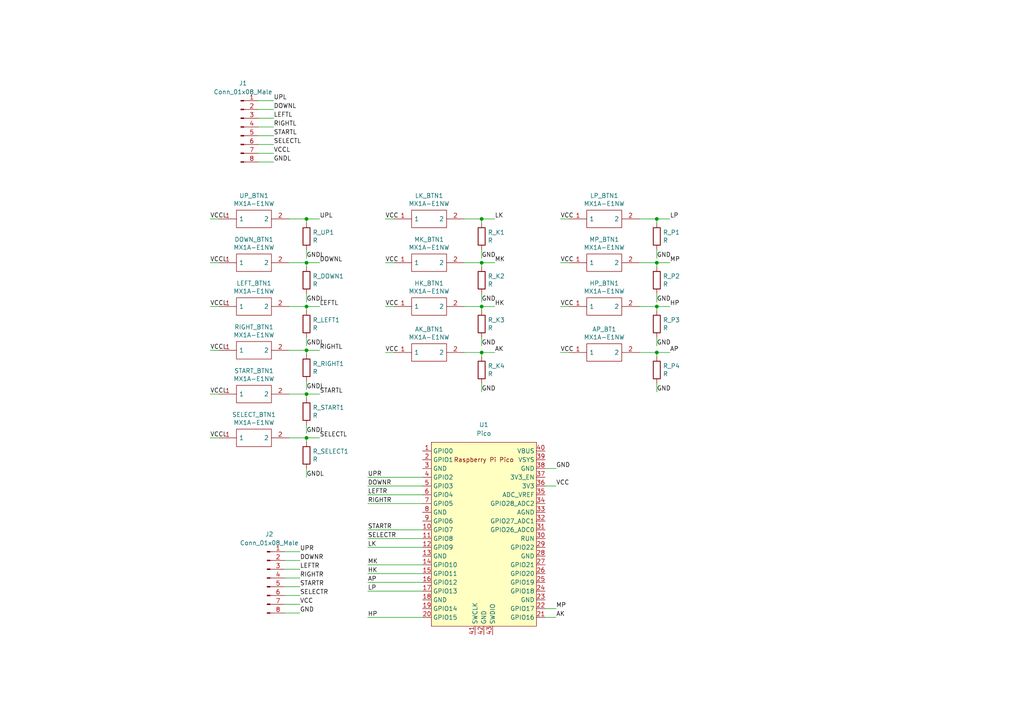
<source format=kicad_sch>
(kicad_sch (version 20211123) (generator eeschema)
  (paper "A4")
  (title_block (title "Fight Key PCB") (date "2022-05-21") (rev "2") (company "Dylan Turner"))
  (lib_symbols
    (symbol "Connector:Conn_01x08_Male" (pin_names (offset 1.016) hide)
      (property "Reference" "J" (at 0 10.16 0))
      (property "Value" "Conn_01x08_Male" (at 0 -12.7 0))
      (symbol "Conn_01x08_Male_1_1"
        (polyline (pts (xy 1.27 -10.16) (xy 0.8636 -10.16)) (stroke (width 0.1524)))
        (polyline (pts (xy 1.27 -7.62) (xy 0.8636 -7.62)) (stroke (width 0.1524)))
        (polyline (pts (xy 1.27 -5.08) (xy 0.8636 -5.08)) (stroke (width 0.1524)))
        (polyline (pts (xy 1.27 -2.54) (xy 0.8636 -2.54)) (stroke (width 0.1524)))
        (polyline (pts (xy 1.27 0) (xy 0.8636 0)) (stroke (width 0.1524)))
        (polyline (pts (xy 1.27 2.54) (xy 0.8636 2.54)) (stroke (width 0.1524)))
        (polyline (pts (xy 1.27 5.08) (xy 0.8636 5.08)) (stroke (width 0.1524)))
        (polyline (pts (xy 1.27 7.62) (xy 0.8636 7.62)) (stroke (width 0.1524)))
        (rectangle (start 0.8636 -10.033) (end 0 -10.287) (stroke (width 0.1524)) (fill (type outline)))
        (rectangle (start 0.8636 -7.493) (end 0 -7.747) (stroke (width 0.1524)) (fill (type outline)))
        (rectangle (start 0.8636 -4.953) (end 0 -5.207) (stroke (width 0.1524)) (fill (type outline)))
        (rectangle (start 0.8636 -2.413) (end 0 -2.667) (stroke (width 0.1524)) (fill (type outline)))
        (rectangle (start 0.8636 0.127) (end 0 -0.127) (stroke (width 0.1524)) (fill (type outline)))
        (rectangle (start 0.8636 2.667) (end 0 2.413) (stroke (width 0.1524)) (fill (type outline)))
        (rectangle (start 0.8636 5.207) (end 0 4.953) (stroke (width 0.1524)) (fill (type outline)))
        (rectangle (start 0.8636 7.747) (end 0 7.493) (stroke (width 0.1524)) (fill (type outline)))
        (pin passive line (at 5.08 7.62 180) (length 3.81) (name "Pin_1") (number "1"))
        (pin passive line (at 5.08 5.08 180) (length 3.81) (name "Pin_2") (number "2"))
        (pin passive line (at 5.08 2.54 180) (length 3.81) (name "Pin_3") (number "3"))
        (pin passive line (at 5.08 0 180) (length 3.81) (name "Pin_4") (number "4"))
        (pin passive line (at 5.08 -2.54 180) (length 3.81) (name "Pin_5") (number "5"))
        (pin passive line (at 5.08 -5.08 180) (length 3.81) (name "Pin_6") (number "6"))
        (pin passive line (at 5.08 -7.62 180) (length 3.81) (name "Pin_7") (number "7"))
        (pin passive line (at 5.08 -10.16 180) (length 3.81) (name "Pin_8") (number "8"))
      )
    )
    (symbol "Device:R" (pin_numbers hide) (pin_names (offset 0))
      (property "Reference" "R" (at 2.032 0 90))
      (property "Value" "Device_R" (at 0 0 90))
      (symbol "R_0_1"
        (rectangle (start -1.016 -2.54) (end 1.016 2.54) (stroke (width 0.254)))
      )
      (symbol "R_1_1"
        (pin passive line (at 0 3.81 270) (length 1.27) (name "~") (number "1"))
        (pin passive line (at 0 -3.81 90) (length 1.27) (name "~") (number "2"))
      )
    )
    (symbol "ECAD_Libraries:MX1A-E1NW" (pin_names (offset 0.762))
      (property "Reference" "S" (at 16.51 7.62 0))
      (property "Value" "ECAD_Libraries_MX1A-E1NW" (at 16.51 5.08 0))
      (symbol "MX1A-E1NW_0_0"
        (pin passive line (at 0 0 0) (length 5.08) (name "1") (number "1"))
        (pin passive line (at 20.32 0 180) (length 5.08) (name "2") (number "2"))
      )
      (symbol "MX1A-E1NW_0_1"
        (polyline (pts (xy 5.08 2.54) (xy 15.24 2.54) (xy 15.24 -2.54) (xy 5.08 -2.54) (xy 5.08 2.54)) (stroke (width 0.1524)))
      )
    )
    (symbol "MCU_RaspberryPi_and_Boards:Pico"
      (property "Reference" "U" (at -13.97 27.94 0))
      (property "Value" "Pico" (at 0 19.05 0))
      (symbol "Pico_0_0"
        (text "Raspberry Pi Pico" (at 0 21.59 0) (effects (font (size 1.27 1.27))))
      )
      (symbol "Pico_0_1"
        (rectangle (start -15.24 26.67) (end 15.24 -26.67) (fill (type background)))
      )
      (symbol "Pico_1_1"
        (pin bidirectional line (at -17.78 24.13 0) (length 2.54) (name "GPIO0") (number "1"))
        (pin bidirectional line (at -17.78 1.27 0) (length 2.54) (name "GPIO7") (number "10"))
        (pin bidirectional line (at -17.78 -1.27 0) (length 2.54) (name "GPIO8") (number "11"))
        (pin bidirectional line (at -17.78 -3.81 0) (length 2.54) (name "GPIO9") (number "12"))
        (pin power_in line (at -17.78 -6.35 0) (length 2.54) (name "GND") (number "13"))
        (pin bidirectional line (at -17.78 -8.89 0) (length 2.54) (name "GPIO10") (number "14"))
        (pin bidirectional line (at -17.78 -11.43 0) (length 2.54) (name "GPIO11") (number "15"))
        (pin bidirectional line (at -17.78 -13.97 0) (length 2.54) (name "GPIO12") (number "16"))
        (pin bidirectional line (at -17.78 -16.51 0) (length 2.54) (name "GPIO13") (number "17"))
        (pin power_in line (at -17.78 -19.05 0) (length 2.54) (name "GND") (number "18"))
        (pin bidirectional line (at -17.78 -21.59 0) (length 2.54) (name "GPIO14") (number "19"))
        (pin bidirectional line (at -17.78 21.59 0) (length 2.54) (name "GPIO1") (number "2"))
        (pin bidirectional line (at -17.78 -24.13 0) (length 2.54) (name "GPIO15") (number "20"))
        (pin bidirectional line (at 17.78 -24.13 180) (length 2.54) (name "GPIO16") (number "21"))
        (pin bidirectional line (at 17.78 -21.59 180) (length 2.54) (name "GPIO17") (number "22"))
        (pin power_in line (at 17.78 -19.05 180) (length 2.54) (name "GND") (number "23"))
        (pin bidirectional line (at 17.78 -16.51 180) (length 2.54) (name "GPIO18") (number "24"))
        (pin bidirectional line (at 17.78 -13.97 180) (length 2.54) (name "GPIO19") (number "25"))
        (pin bidirectional line (at 17.78 -11.43 180) (length 2.54) (name "GPIO20") (number "26"))
        (pin bidirectional line (at 17.78 -8.89 180) (length 2.54) (name "GPIO21") (number "27"))
        (pin power_in line (at 17.78 -6.35 180) (length 2.54) (name "GND") (number "28"))
        (pin bidirectional line (at 17.78 -3.81 180) (length 2.54) (name "GPIO22") (number "29"))
        (pin power_in line (at -17.78 19.05 0) (length 2.54) (name "GND") (number "3"))
        (pin input line (at 17.78 -1.27 180) (length 2.54) (name "RUN") (number "30"))
        (pin bidirectional line (at 17.78 1.27 180) (length 2.54) (name "GPIO26_ADC0") (number "31"))
        (pin bidirectional line (at 17.78 3.81 180) (length 2.54) (name "GPIO27_ADC1") (number "32"))
        (pin power_in line (at 17.78 6.35 180) (length 2.54) (name "AGND") (number "33"))
        (pin bidirectional line (at 17.78 8.89 180) (length 2.54) (name "GPIO28_ADC2") (number "34"))
        (pin power_in line (at 17.78 11.43 180) (length 2.54) (name "ADC_VREF") (number "35"))
        (pin power_in line (at 17.78 13.97 180) (length 2.54) (name "3V3") (number "36"))
        (pin input line (at 17.78 16.51 180) (length 2.54) (name "3V3_EN") (number "37"))
        (pin bidirectional line (at 17.78 19.05 180) (length 2.54) (name "GND") (number "38"))
        (pin power_in line (at 17.78 21.59 180) (length 2.54) (name "VSYS") (number "39"))
        (pin bidirectional line (at -17.78 16.51 0) (length 2.54) (name "GPIO2") (number "4"))
        (pin power_in line (at 17.78 24.13 180) (length 2.54) (name "VBUS") (number "40"))
        (pin input line (at -2.54 -29.21 90) (length 2.54) (name "SWCLK") (number "41"))
        (pin power_in line (at 0 -29.21 90) (length 2.54) (name "GND") (number "42"))
        (pin bidirectional line (at 2.54 -29.21 90) (length 2.54) (name "SWDIO") (number "43"))
        (pin bidirectional line (at -17.78 13.97 0) (length 2.54) (name "GPIO3") (number "5"))
        (pin bidirectional line (at -17.78 11.43 0) (length 2.54) (name "GPIO4") (number "6"))
        (pin bidirectional line (at -17.78 8.89 0) (length 2.54) (name "GPIO5") (number "7"))
        (pin power_in line (at -17.78 6.35 0) (length 2.54) (name "GND") (number "8"))
        (pin bidirectional line (at -17.78 3.81 0) (length 2.54) (name "GPIO6") (number "9"))
      )
    )
  )
  (junction (at 139.7 63.5))
  (junction (at 190.5 63.5))
  (junction (at 88.9 76.2))
  (junction (at 88.9 127))
  (junction (at 88.9 88.9))
  (junction (at 190.5 76.2))
  (junction (at 139.7 76.2))
  (junction (at 88.9 101.6))
  (junction (at 190.5 102.235))
  (junction (at 88.9 114.3))
  (junction (at 139.7 102.235))
  (junction (at 190.5 88.9))
  (junction (at 88.9 63.5))
  (junction (at 139.7 88.9))
  (wire (pts (xy 88.9 135.89) (xy 88.9 138.43)))
  (wire (pts (xy 82.55 167.64) (xy 86.995 167.64)))
  (wire (pts (xy 114.3 102.235) (xy 111.76 102.235)))
  (wire (pts (xy 88.9 123.19) (xy 88.9 125.73)))
  (wire (pts (xy 82.55 177.8) (xy 86.995 177.8)))
  (wire (pts (xy 83.82 114.3) (xy 88.9 114.3)))
  (wire (pts (xy 139.7 72.39) (xy 139.7 74.93)))
  (wire (pts (xy 88.9 72.39) (xy 88.9 74.93)))
  (wire (pts (xy 134.62 76.2) (xy 139.7 76.2)))
  (wire (pts (xy 88.9 127) (xy 88.9 128.27)))
  (wire (pts (xy 88.9 88.9) (xy 92.71 88.9)))
  (wire (pts (xy 74.93 36.83) (xy 79.375 36.83)))
  (wire (pts (xy 83.82 88.9) (xy 88.9 88.9)))
  (wire (pts (xy 82.55 165.1) (xy 86.995 165.1)))
  (wire (pts (xy 139.7 111.125) (xy 139.7 113.665)))
  (wire (pts (xy 139.7 102.235) (xy 139.7 103.505)))
  (wire (pts (xy 158.115 140.97) (xy 161.29 140.97)))
  (wire (pts (xy 74.93 41.91) (xy 79.375 41.91)))
  (wire (pts (xy 139.7 76.2) (xy 139.7 77.47)))
  (wire (pts (xy 63.5 127) (xy 60.96 127)))
  (wire (pts (xy 139.7 88.9) (xy 143.51 88.9)))
  (wire (pts (xy 74.93 46.99) (xy 79.375 46.99)))
  (wire (pts (xy 190.5 72.39) (xy 190.5 74.93)))
  (wire (pts (xy 114.3 76.2) (xy 111.76 76.2)))
  (wire (pts (xy 88.9 76.2) (xy 88.9 77.47)))
  (wire (pts (xy 165.1 63.5) (xy 162.56 63.5)))
  (wire (pts (xy 158.115 176.53) (xy 161.29 176.53)))
  (wire (pts (xy 139.7 63.5) (xy 139.7 64.77)))
  (wire (pts (xy 82.55 175.26) (xy 86.995 175.26)))
  (wire (pts (xy 106.68 168.91) (xy 122.555 168.91)))
  (wire (pts (xy 134.62 102.235) (xy 139.7 102.235)))
  (wire (pts (xy 165.1 88.9) (xy 162.56 88.9)))
  (wire (pts (xy 63.5 114.3) (xy 60.96 114.3)))
  (wire (pts (xy 88.9 110.49) (xy 88.9 113.03)))
  (wire (pts (xy 158.115 135.89) (xy 161.29 135.89)))
  (wire (pts (xy 190.5 88.9) (xy 190.5 90.17)))
  (wire (pts (xy 63.5 76.2) (xy 60.96 76.2)))
  (wire (pts (xy 185.42 63.5) (xy 190.5 63.5)))
  (wire (pts (xy 185.42 88.9) (xy 190.5 88.9)))
  (wire (pts (xy 88.9 101.6) (xy 88.9 102.87)))
  (wire (pts (xy 190.5 97.79) (xy 190.5 100.33)))
  (wire (pts (xy 83.82 101.6) (xy 88.9 101.6)))
  (wire (pts (xy 106.68 153.67) (xy 122.555 153.67)))
  (wire (pts (xy 106.68 140.97) (xy 122.555 140.97)))
  (wire (pts (xy 88.9 63.5) (xy 88.9 64.77)))
  (wire (pts (xy 74.93 31.75) (xy 79.375 31.75)))
  (wire (pts (xy 190.5 102.235) (xy 190.5 103.505)))
  (wire (pts (xy 106.68 156.21) (xy 122.555 156.21)))
  (wire (pts (xy 139.7 76.2) (xy 143.51 76.2)))
  (wire (pts (xy 190.5 63.5) (xy 194.31 63.5)))
  (wire (pts (xy 88.9 85.09) (xy 88.9 87.63)))
  (wire (pts (xy 190.5 85.09) (xy 190.5 87.63)))
  (wire (pts (xy 83.82 63.5) (xy 88.9 63.5)))
  (wire (pts (xy 106.68 171.45) (xy 122.555 171.45)))
  (wire (pts (xy 134.62 63.5) (xy 139.7 63.5)))
  (wire (pts (xy 190.5 76.2) (xy 190.5 77.47)))
  (wire (pts (xy 139.7 63.5) (xy 143.51 63.5)))
  (wire (pts (xy 190.5 76.2) (xy 194.31 76.2)))
  (wire (pts (xy 88.9 88.9) (xy 88.9 90.17)))
  (wire (pts (xy 139.7 88.9) (xy 139.7 90.17)))
  (wire (pts (xy 114.3 88.9) (xy 111.76 88.9)))
  (wire (pts (xy 74.93 39.37) (xy 79.375 39.37)))
  (wire (pts (xy 114.3 63.5) (xy 111.76 63.5)))
  (wire (pts (xy 106.68 158.75) (xy 122.555 158.75)))
  (wire (pts (xy 88.9 127) (xy 92.71 127)))
  (wire (pts (xy 88.9 63.5) (xy 92.71 63.5)))
  (wire (pts (xy 185.42 76.2) (xy 190.5 76.2)))
  (wire (pts (xy 106.68 163.83) (xy 122.555 163.83)))
  (wire (pts (xy 83.82 127) (xy 88.9 127)))
  (wire (pts (xy 139.7 97.79) (xy 139.7 100.33)))
  (wire (pts (xy 63.5 101.6) (xy 60.96 101.6)))
  (wire (pts (xy 88.9 101.6) (xy 92.71 101.6)))
  (wire (pts (xy 158.115 179.07) (xy 161.29 179.07)))
  (wire (pts (xy 106.68 146.05) (xy 122.555 146.05)))
  (wire (pts (xy 190.5 63.5) (xy 190.5 64.77)))
  (wire (pts (xy 74.93 34.29) (xy 79.375 34.29)))
  (wire (pts (xy 106.68 179.07) (xy 122.555 179.07)))
  (wire (pts (xy 106.68 166.37) (xy 122.555 166.37)))
  (wire (pts (xy 139.7 102.235) (xy 143.51 102.235)))
  (wire (pts (xy 134.62 88.9) (xy 139.7 88.9)))
  (wire (pts (xy 88.9 114.3) (xy 92.71 114.3)))
  (wire (pts (xy 74.93 29.21) (xy 79.375 29.21)))
  (wire (pts (xy 165.1 102.235) (xy 162.56 102.235)))
  (wire (pts (xy 190.5 88.9) (xy 194.31 88.9)))
  (wire (pts (xy 88.9 114.3) (xy 88.9 115.57)))
  (wire (pts (xy 82.55 170.18) (xy 86.995 170.18)))
  (wire (pts (xy 190.5 111.125) (xy 190.5 113.665)))
  (wire (pts (xy 185.42 102.235) (xy 190.5 102.235)))
  (wire (pts (xy 88.9 97.79) (xy 88.9 100.33)))
  (wire (pts (xy 63.5 88.9) (xy 60.96 88.9)))
  (wire (pts (xy 165.1 76.2) (xy 162.56 76.2)))
  (wire (pts (xy 190.5 102.235) (xy 194.31 102.235)))
  (wire (pts (xy 106.68 143.51) (xy 122.555 143.51)))
  (wire (pts (xy 106.68 138.43) (xy 122.555 138.43)))
  (wire (pts (xy 82.55 172.72) (xy 86.995 172.72)))
  (wire (pts (xy 83.82 76.2) (xy 88.9 76.2)))
  (wire (pts (xy 82.55 162.56) (xy 86.995 162.56)))
  (wire (pts (xy 74.93 44.45) (xy 79.375 44.45)))
  (wire (pts (xy 63.5 63.5) (xy 60.96 63.5)))
  (wire (pts (xy 88.9 76.2) (xy 92.71 76.2)))
  (wire (pts (xy 82.55 160.02) (xy 86.995 160.02)))
  (wire (pts (xy 139.7 85.09) (xy 139.7 87.63)))
  (label "VCC" (at 162.56 63.5 0))
  (label "UPR" (at 106.68 138.43 0))
  (label "GNDL" (at 88.9 113.03 0))
  (label "GNDL" (at 79.375 46.99 0))
  (label "MK" (at 143.51 76.2 0))
  (label "GNDL" (at 88.9 125.73 0))
  (label "GND" (at 139.7 100.33 0))
  (label "VCC" (at 161.29 140.97 0))
  (label "GND" (at 161.29 135.89 0))
  (label "UPR" (at 86.995 160.02 0))
  (label "GND" (at 139.7 87.63 0))
  (label "VCC" (at 162.56 88.9 0))
  (label "DOWNL" (at 92.71 76.2 0))
  (label "VCC" (at 86.995 175.26 0))
  (label "HK" (at 106.68 166.37 0))
  (label "GND" (at 139.7 74.93 0))
  (label "VCC" (at 111.76 88.9 0))
  (label "LEFTR" (at 86.995 165.1 0))
  (label "DOWNR" (at 86.995 162.56 0))
  (label "UPL" (at 79.375 29.21 0))
  (label "LEFTL" (at 79.375 34.29 0))
  (label "RIGHTR" (at 86.995 167.64 0))
  (label "GND" (at 190.5 113.665 0))
  (label "STARTL" (at 92.71 114.3 0))
  (label "VCCL" (at 60.96 76.2 0))
  (label "RIGHTL" (at 92.71 101.6 0))
  (label "GND" (at 86.995 177.8 0))
  (label "VCCL" (at 60.96 127 0))
  (label "VCCL" (at 60.96 114.3 0))
  (label "VCCL" (at 79.375 44.45 0))
  (label "VCC" (at 111.76 63.5 0))
  (label "SELECTL" (at 92.71 127 0))
  (label "STARTL" (at 79.375 39.37 0))
  (label "LEFTR" (at 106.68 143.51 0))
  (label "HK" (at 143.51 88.9 0))
  (label "LP" (at 194.31 63.5 0))
  (label "VCC" (at 111.76 102.235 0))
  (label "SELECTR" (at 86.995 172.72 0))
  (label "STARTR" (at 86.995 170.18 0))
  (label "UPL" (at 92.71 63.5 0))
  (label "AP" (at 106.68 168.91 0))
  (label "VCC" (at 162.56 102.235 0))
  (label "DOWNL" (at 79.375 31.75 0))
  (label "AK" (at 143.51 102.235 0))
  (label "GNDL" (at 88.9 138.43 0))
  (label "GNDL" (at 88.9 100.33 0))
  (label "AK" (at 161.29 179.07 0))
  (label "SELECTL" (at 79.375 41.91 0))
  (label "GND" (at 190.5 100.33 0))
  (label "LP" (at 106.68 171.45 0))
  (label "GNDL" (at 88.9 74.93 0))
  (label "LK" (at 106.68 158.75 0))
  (label "MP" (at 161.29 176.53 0))
  (label "VCC" (at 111.76 76.2 0))
  (label "GND" (at 139.7 113.665 0))
  (label "RIGHTR" (at 106.68 146.05 0))
  (label "MK" (at 106.68 163.83 0))
  (label "HP" (at 194.31 88.9 0))
  (label "HP" (at 106.68 179.07 0))
  (label "VCCL" (at 60.96 101.6 0))
  (label "MP" (at 194.31 76.2 0))
  (label "SELECTR" (at 106.68 156.21 0))
  (label "LK" (at 143.51 63.5 0))
  (label "VCC" (at 162.56 76.2 0))
  (label "AP" (at 194.31 102.235 0))
  (label "GND" (at 190.5 87.63 0))
  (label "VCCL" (at 60.96 88.9 0))
  (label "LEFTL" (at 92.71 88.9 0))
  (label "GNDL" (at 88.9 87.63 0))
  (label "GND" (at 190.5 74.93 0))
  (label "VCCL" (at 60.96 63.5 0))
  (label "STARTR" (at 106.68 153.67 0))
  (label "RIGHTL" (at 79.375 36.83 0))
  (label "DOWNR" (at 106.68 140.97 0))
  (symbol (lib_id "ECAD_Libraries:MX1A-E1NW") (at 63.5 63.5 0) (unit 1)
    (property "Reference" "UP_BTN1" (at 73.66 56.769 0))
    (property "Value" "MX1A-E1NW" (at 73.66 59.0804 0))
    (property "Footprint" "MX1AE1NW" (effects hide))
    (property "Datasheet" "https://media.digikey.com/pdf/Data%20Sheets/Cherry%20PDFs/MX%20Series.pdf" (effects hide))
    (property "Description" "Pushbutton Switches Full Travel, Mech. Keyswitch, Click Tactile Feel (Blue stem), 60cN, No LED, No Diode, Fixation Pins for PCB Mounting" (effects hide))
    (property "Height" "15.2" (effects hide))
    (property "Mouser Part Number" "540-MX1A-E1NW" (effects hide))
    (property "Mouser Price/Stock" "https://www.mouser.co.uk/ProductDetail/CHERRY/MX1A-E1NW?qs=Z7NFYKyvgJd45Wm4xzFv7w%3D%3D" (effects hide))
    (property "Manufacturer_Name" "Cherry" (effects hide))
    (property "Manufacturer_Part_Number" "MX1A-E1NW" (effects hide))
  )
  (symbol (lib_id "ECAD_Libraries:MX1A-E1NW") (at 63.5 76.2 0) (unit 1)
    (property "Reference" "DOWN_BTN1" (at 73.66 69.469 0))
    (property "Value" "MX1A-E1NW" (at 73.66 71.7804 0))
    (property "Footprint" "MX1AE1NW" (effects hide))
    (property "Datasheet" "https://media.digikey.com/pdf/Data%20Sheets/Cherry%20PDFs/MX%20Series.pdf" (effects hide))
    (property "Description" "Pushbutton Switches Full Travel, Mech. Keyswitch, Click Tactile Feel (Blue stem), 60cN, No LED, No Diode, Fixation Pins for PCB Mounting" (effects hide))
    (property "Height" "15.2" (effects hide))
    (property "Mouser Part Number" "540-MX1A-E1NW" (effects hide))
    (property "Mouser Price/Stock" "https://www.mouser.co.uk/ProductDetail/CHERRY/MX1A-E1NW?qs=Z7NFYKyvgJd45Wm4xzFv7w%3D%3D" (effects hide))
    (property "Manufacturer_Name" "Cherry" (effects hide))
    (property "Manufacturer_Part_Number" "MX1A-E1NW" (effects hide))
  )
  (symbol (lib_id "ECAD_Libraries:MX1A-E1NW") (at 63.5 88.9 0) (unit 1)
    (property "Reference" "LEFT_BTN1" (at 73.66 82.169 0))
    (property "Value" "MX1A-E1NW" (at 73.66 84.4804 0))
    (property "Footprint" "MX1AE1NW" (effects hide))
    (property "Datasheet" "https://media.digikey.com/pdf/Data%20Sheets/Cherry%20PDFs/MX%20Series.pdf" (effects hide))
    (property "Description" "Pushbutton Switches Full Travel, Mech. Keyswitch, Click Tactile Feel (Blue stem), 60cN, No LED, No Diode, Fixation Pins for PCB Mounting" (effects hide))
    (property "Height" "15.2" (effects hide))
    (property "Mouser Part Number" "540-MX1A-E1NW" (effects hide))
    (property "Mouser Price/Stock" "https://www.mouser.co.uk/ProductDetail/CHERRY/MX1A-E1NW?qs=Z7NFYKyvgJd45Wm4xzFv7w%3D%3D" (effects hide))
    (property "Manufacturer_Name" "Cherry" (effects hide))
    (property "Manufacturer_Part_Number" "MX1A-E1NW" (effects hide))
  )
  (symbol (lib_id "ECAD_Libraries:MX1A-E1NW") (at 63.5 101.6 0) (unit 1)
    (property "Reference" "RIGHT_BTN1" (at 73.66 94.869 0))
    (property "Value" "MX1A-E1NW" (at 73.66 97.1804 0))
    (property "Footprint" "MX1AE1NW" (effects hide))
    (property "Datasheet" "https://media.digikey.com/pdf/Data%20Sheets/Cherry%20PDFs/MX%20Series.pdf" (effects hide))
    (property "Description" "Pushbutton Switches Full Travel, Mech. Keyswitch, Click Tactile Feel (Blue stem), 60cN, No LED, No Diode, Fixation Pins for PCB Mounting" (effects hide))
    (property "Height" "15.2" (effects hide))
    (property "Mouser Part Number" "540-MX1A-E1NW" (effects hide))
    (property "Mouser Price/Stock" "https://www.mouser.co.uk/ProductDetail/CHERRY/MX1A-E1NW?qs=Z7NFYKyvgJd45Wm4xzFv7w%3D%3D" (effects hide))
    (property "Manufacturer_Name" "Cherry" (effects hide))
    (property "Manufacturer_Part_Number" "MX1A-E1NW" (effects hide))
  )
  (symbol (lib_id "ECAD_Libraries:MX1A-E1NW") (at 63.5 114.3 0) (unit 1)
    (property "Reference" "START_BTN1" (at 73.66 107.569 0))
    (property "Value" "MX1A-E1NW" (at 73.66 109.8804 0))
    (property "Footprint" "MX1AE1NW" (effects hide))
    (property "Datasheet" "https://media.digikey.com/pdf/Data%20Sheets/Cherry%20PDFs/MX%20Series.pdf" (effects hide))
    (property "Description" "Pushbutton Switches Full Travel, Mech. Keyswitch, Click Tactile Feel (Blue stem), 60cN, No LED, No Diode, Fixation Pins for PCB Mounting" (effects hide))
    (property "Height" "15.2" (effects hide))
    (property "Mouser Part Number" "540-MX1A-E1NW" (effects hide))
    (property "Mouser Price/Stock" "https://www.mouser.co.uk/ProductDetail/CHERRY/MX1A-E1NW?qs=Z7NFYKyvgJd45Wm4xzFv7w%3D%3D" (effects hide))
    (property "Manufacturer_Name" "Cherry" (effects hide))
    (property "Manufacturer_Part_Number" "MX1A-E1NW" (effects hide))
  )
  (symbol (lib_id "ECAD_Libraries:MX1A-E1NW") (at 63.5 127 0) (unit 1)
    (property "Reference" "SELECT_BTN1" (at 73.66 120.269 0))
    (property "Value" "MX1A-E1NW" (at 73.66 122.5804 0))
    (property "Footprint" "MX1AE1NW" (effects hide))
    (property "Datasheet" "https://media.digikey.com/pdf/Data%20Sheets/Cherry%20PDFs/MX%20Series.pdf" (effects hide))
    (property "Description" "Pushbutton Switches Full Travel, Mech. Keyswitch, Click Tactile Feel (Blue stem), 60cN, No LED, No Diode, Fixation Pins for PCB Mounting" (effects hide))
    (property "Height" "15.2" (effects hide))
    (property "Mouser Part Number" "540-MX1A-E1NW" (effects hide))
    (property "Mouser Price/Stock" "https://www.mouser.co.uk/ProductDetail/CHERRY/MX1A-E1NW?qs=Z7NFYKyvgJd45Wm4xzFv7w%3D%3D" (effects hide))
    (property "Manufacturer_Name" "Cherry" (effects hide))
    (property "Manufacturer_Part_Number" "MX1A-E1NW" (effects hide))
  )
  (symbol (lib_id "Device:R") (at 88.9 68.58 0) (unit 1)
    (property "Reference" "R_UP1" (at 90.678 67.4116 0) (effects (justify left)))
    (property "Value" "R" (at 90.678 69.723 0) (effects (justify left)))
    (property "Footprint" "Resistor_THT:R_Axial_DIN0204_L3.6mm_D1.6mm_P2.54mm_Vertical" (effects hide))
  )
  (symbol (lib_id "Device:R") (at 88.9 81.28 0) (unit 1)
    (property "Reference" "R_DOWN1" (at 90.678 80.1116 0) (effects (justify left)))
    (property "Value" "R" (at 90.678 82.423 0) (effects (justify left)))
    (property "Footprint" "Resistor_THT:R_Axial_DIN0204_L3.6mm_D1.6mm_P2.54mm_Vertical" (effects hide))
  )
  (symbol (lib_id "Device:R") (at 88.9 93.98 0) (unit 1)
    (property "Reference" "R_LEFT1" (at 90.678 92.8116 0) (effects (justify left)))
    (property "Value" "R" (at 90.678 95.123 0) (effects (justify left)))
    (property "Footprint" "Resistor_THT:R_Axial_DIN0204_L3.6mm_D1.6mm_P2.54mm_Vertical" (effects hide))
  )
  (symbol (lib_id "Device:R") (at 88.9 106.68 0) (unit 1)
    (property "Reference" "R_RIGHT1" (at 90.678 105.5116 0) (effects (justify left)))
    (property "Value" "R" (at 90.678 107.823 0) (effects (justify left)))
    (property "Footprint" "Resistor_THT:R_Axial_DIN0204_L3.6mm_D1.6mm_P2.54mm_Vertical" (effects hide))
  )
  (symbol (lib_id "Device:R") (at 88.9 119.38 0) (unit 1)
    (property "Reference" "R_START1" (at 90.678 118.2116 0) (effects (justify left)))
    (property "Value" "R" (at 90.678 120.523 0) (effects (justify left)))
    (property "Footprint" "Resistor_THT:R_Axial_DIN0204_L3.6mm_D1.6mm_P2.54mm_Vertical" (effects hide))
  )
  (symbol (lib_id "Device:R") (at 88.9 132.08 0) (unit 1)
    (property "Reference" "R_SELECT1" (at 90.678 130.9116 0) (effects (justify left)))
    (property "Value" "R" (at 90.678 133.223 0) (effects (justify left)))
    (property "Footprint" "Resistor_THT:R_Axial_DIN0204_L3.6mm_D1.6mm_P2.54mm_Vertical" (effects hide))
  )
  (symbol (lib_id "ECAD_Libraries:MX1A-E1NW") (at 114.3 63.5 0) (unit 1)
    (property "Reference" "LK_BTN1" (at 124.46 56.769 0))
    (property "Value" "MX1A-E1NW" (at 124.46 59.0804 0))
    (property "Footprint" "MX1AE1NW" (effects hide))
    (property "Datasheet" "https://media.digikey.com/pdf/Data%20Sheets/Cherry%20PDFs/MX%20Series.pdf" (effects hide))
    (property "Description" "Pushbutton Switches Full Travel, Mech. Keyswitch, Click Tactile Feel (Blue stem), 60cN, No LED, No Diode, Fixation Pins for PCB Mounting" (effects hide))
    (property "Height" "15.2" (effects hide))
    (property "Mouser Part Number" "540-MX1A-E1NW" (effects hide))
    (property "Mouser Price/Stock" "https://www.mouser.co.uk/ProductDetail/CHERRY/MX1A-E1NW?qs=Z7NFYKyvgJd45Wm4xzFv7w%3D%3D" (effects hide))
    (property "Manufacturer_Name" "Cherry" (effects hide))
    (property "Manufacturer_Part_Number" "MX1A-E1NW" (effects hide))
  )
  (symbol (lib_id "Device:R") (at 139.7 68.58 0) (unit 1)
    (property "Reference" "R_K1" (at 141.478 67.4116 0) (effects (justify left)))
    (property "Value" "R" (at 141.478 69.723 0) (effects (justify left)))
    (property "Footprint" "Resistor_THT:R_Axial_DIN0204_L3.6mm_D1.6mm_P2.54mm_Vertical" (effects hide))
  )
  (symbol (lib_id "Device:R") (at 139.7 81.28 0) (unit 1)
    (property "Reference" "R_K2" (at 141.478 80.1116 0) (effects (justify left)))
    (property "Value" "R" (at 141.478 82.423 0) (effects (justify left)))
    (property "Footprint" "Resistor_THT:R_Axial_DIN0204_L3.6mm_D1.6mm_P2.54mm_Vertical" (effects hide))
  )
  (symbol (lib_id "ECAD_Libraries:MX1A-E1NW") (at 114.3 76.2 0) (unit 1)
    (property "Reference" "MK_BTN1" (at 124.46 69.469 0))
    (property "Value" "MX1A-E1NW" (at 124.46 71.7804 0))
    (property "Footprint" "MX1AE1NW" (effects hide))
    (property "Datasheet" "https://media.digikey.com/pdf/Data%20Sheets/Cherry%20PDFs/MX%20Series.pdf" (effects hide))
    (property "Description" "Pushbutton Switches Full Travel, Mech. Keyswitch, Click Tactile Feel (Blue stem), 60cN, No LED, No Diode, Fixation Pins for PCB Mounting" (effects hide))
    (property "Height" "15.2" (effects hide))
    (property "Mouser Part Number" "540-MX1A-E1NW" (effects hide))
    (property "Mouser Price/Stock" "https://www.mouser.co.uk/ProductDetail/CHERRY/MX1A-E1NW?qs=Z7NFYKyvgJd45Wm4xzFv7w%3D%3D" (effects hide))
    (property "Manufacturer_Name" "Cherry" (effects hide))
    (property "Manufacturer_Part_Number" "MX1A-E1NW" (effects hide))
  )
  (symbol (lib_id "Device:R") (at 139.7 93.98 0) (unit 1)
    (property "Reference" "R_K3" (at 141.478 92.8116 0) (effects (justify left)))
    (property "Value" "R" (at 141.478 95.123 0) (effects (justify left)))
    (property "Footprint" "Resistor_THT:R_Axial_DIN0204_L3.6mm_D1.6mm_P2.54mm_Vertical" (effects hide))
  )
  (symbol (lib_id "ECAD_Libraries:MX1A-E1NW") (at 114.3 88.9 0) (unit 1)
    (property "Reference" "HK_BTN1" (at 124.46 82.169 0))
    (property "Value" "MX1A-E1NW" (at 124.46 84.4804 0))
    (property "Footprint" "MX1AE1NW" (effects hide))
    (property "Datasheet" "https://media.digikey.com/pdf/Data%20Sheets/Cherry%20PDFs/MX%20Series.pdf" (effects hide))
    (property "Description" "Pushbutton Switches Full Travel, Mech. Keyswitch, Click Tactile Feel (Blue stem), 60cN, No LED, No Diode, Fixation Pins for PCB Mounting" (effects hide))
    (property "Height" "15.2" (effects hide))
    (property "Mouser Part Number" "540-MX1A-E1NW" (effects hide))
    (property "Mouser Price/Stock" "https://www.mouser.co.uk/ProductDetail/CHERRY/MX1A-E1NW?qs=Z7NFYKyvgJd45Wm4xzFv7w%3D%3D" (effects hide))
    (property "Manufacturer_Name" "Cherry" (effects hide))
    (property "Manufacturer_Part_Number" "MX1A-E1NW" (effects hide))
  )
  (symbol (lib_id "Device:R") (at 190.5 107.315 0) (unit 1)
    (property "Reference" "R_P4" (at 192.278 106.1466 0) (effects (justify left)))
    (property "Value" "R" (at 192.278 108.458 0) (effects (justify left)))
    (property "Footprint" "Resistor_THT:R_Axial_DIN0204_L3.6mm_D1.6mm_P2.54mm_Vertical" (effects hide))
  )
  (symbol (lib_id "ECAD_Libraries:MX1A-E1NW") (at 165.1 102.235 0) (unit 1)
    (property "Reference" "AP_BT1" (at 175.26 95.504 0))
    (property "Value" "MX1A-E1NW" (at 175.26 97.8154 0))
    (property "Footprint" "MX1AE1NW" (effects hide))
    (property "Datasheet" "https://media.digikey.com/pdf/Data%20Sheets/Cherry%20PDFs/MX%20Series.pdf" (effects hide))
    (property "Description" "Pushbutton Switches Full Travel, Mech. Keyswitch, Click Tactile Feel (Blue stem), 60cN, No LED, No Diode, Fixation Pins for PCB Mounting" (effects hide))
    (property "Height" "15.2" (effects hide))
    (property "Mouser Part Number" "540-MX1A-E1NW" (effects hide))
    (property "Mouser Price/Stock" "https://www.mouser.co.uk/ProductDetail/CHERRY/MX1A-E1NW?qs=Z7NFYKyvgJd45Wm4xzFv7w%3D%3D" (effects hide))
    (property "Manufacturer_Name" "Cherry" (effects hide))
    (property "Manufacturer_Part_Number" "MX1A-E1NW" (effects hide))
  )
  (symbol (lib_id "Device:R") (at 190.5 68.58 0) (unit 1)
    (property "Reference" "R_P1" (at 192.278 67.4116 0) (effects (justify left)))
    (property "Value" "R" (at 192.278 69.723 0) (effects (justify left)))
    (property "Footprint" "Resistor_THT:R_Axial_DIN0204_L3.6mm_D1.6mm_P2.54mm_Vertical" (effects hide))
  )
  (symbol (lib_id "ECAD_Libraries:MX1A-E1NW") (at 165.1 63.5 0) (unit 1)
    (property "Reference" "LP_BTN1" (at 175.26 56.769 0))
    (property "Value" "MX1A-E1NW" (at 175.26 59.0804 0))
    (property "Footprint" "MX1AE1NW" (effects hide))
    (property "Datasheet" "https://media.digikey.com/pdf/Data%20Sheets/Cherry%20PDFs/MX%20Series.pdf" (effects hide))
    (property "Description" "Pushbutton Switches Full Travel, Mech. Keyswitch, Click Tactile Feel (Blue stem), 60cN, No LED, No Diode, Fixation Pins for PCB Mounting" (effects hide))
    (property "Height" "15.2" (effects hide))
    (property "Mouser Part Number" "540-MX1A-E1NW" (effects hide))
    (property "Mouser Price/Stock" "https://www.mouser.co.uk/ProductDetail/CHERRY/MX1A-E1NW?qs=Z7NFYKyvgJd45Wm4xzFv7w%3D%3D" (effects hide))
    (property "Manufacturer_Name" "Cherry" (effects hide))
    (property "Manufacturer_Part_Number" "MX1A-E1NW" (effects hide))
  )
  (symbol (lib_id "Device:R") (at 190.5 81.28 0) (unit 1)
    (property "Reference" "R_P2" (at 192.278 80.1116 0) (effects (justify left)))
    (property "Value" "R" (at 192.278 82.423 0) (effects (justify left)))
    (property "Footprint" "Resistor_THT:R_Axial_DIN0204_L3.6mm_D1.6mm_P2.54mm_Vertical" (effects hide))
  )
  (symbol (lib_id "ECAD_Libraries:MX1A-E1NW") (at 165.1 76.2 0) (unit 1)
    (property "Reference" "MP_BTN1" (at 175.26 69.469 0))
    (property "Value" "MX1A-E1NW" (at 175.26 71.7804 0))
    (property "Footprint" "MX1AE1NW" (effects hide))
    (property "Datasheet" "https://media.digikey.com/pdf/Data%20Sheets/Cherry%20PDFs/MX%20Series.pdf" (effects hide))
    (property "Description" "Pushbutton Switches Full Travel, Mech. Keyswitch, Click Tactile Feel (Blue stem), 60cN, No LED, No Diode, Fixation Pins for PCB Mounting" (effects hide))
    (property "Height" "15.2" (effects hide))
    (property "Mouser Part Number" "540-MX1A-E1NW" (effects hide))
    (property "Mouser Price/Stock" "https://www.mouser.co.uk/ProductDetail/CHERRY/MX1A-E1NW?qs=Z7NFYKyvgJd45Wm4xzFv7w%3D%3D" (effects hide))
    (property "Manufacturer_Name" "Cherry" (effects hide))
    (property "Manufacturer_Part_Number" "MX1A-E1NW" (effects hide))
  )
  (symbol (lib_id "Device:R") (at 190.5 93.98 0) (unit 1)
    (property "Reference" "R_P3" (at 192.278 92.8116 0) (effects (justify left)))
    (property "Value" "R" (at 192.278 95.123 0) (effects (justify left)))
    (property "Footprint" "Resistor_THT:R_Axial_DIN0204_L3.6mm_D1.6mm_P2.54mm_Vertical" (effects hide))
  )
  (symbol (lib_id "ECAD_Libraries:MX1A-E1NW") (at 165.1 88.9 0) (unit 1)
    (property "Reference" "HP_BTN1" (at 175.26 82.169 0))
    (property "Value" "MX1A-E1NW" (at 175.26 84.4804 0))
    (property "Footprint" "MX1AE1NW" (effects hide))
    (property "Datasheet" "https://media.digikey.com/pdf/Data%20Sheets/Cherry%20PDFs/MX%20Series.pdf" (effects hide))
    (property "Description" "Pushbutton Switches Full Travel, Mech. Keyswitch, Click Tactile Feel (Blue stem), 60cN, No LED, No Diode, Fixation Pins for PCB Mounting" (effects hide))
    (property "Height" "15.2" (effects hide))
    (property "Mouser Part Number" "540-MX1A-E1NW" (effects hide))
    (property "Mouser Price/Stock" "https://www.mouser.co.uk/ProductDetail/CHERRY/MX1A-E1NW?qs=Z7NFYKyvgJd45Wm4xzFv7w%3D%3D" (effects hide))
    (property "Manufacturer_Name" "Cherry" (effects hide))
    (property "Manufacturer_Part_Number" "MX1A-E1NW" (effects hide))
  )
  (symbol (lib_id "Device:R") (at 139.7 107.315 0) (unit 1)
    (property "Reference" "R_K4" (at 141.478 106.1466 0) (effects (justify left)))
    (property "Value" "R" (at 141.478 108.458 0) (effects (justify left)))
    (property "Footprint" "Resistor_THT:R_Axial_DIN0204_L3.6mm_D1.6mm_P2.54mm_Vertical" (effects hide))
  )
  (symbol (lib_id "ECAD_Libraries:MX1A-E1NW") (at 114.3 102.235 0) (unit 1)
    (property "Reference" "AK_BTN1" (at 124.46 95.504 0))
    (property "Value" "MX1A-E1NW" (at 124.46 97.8154 0))
    (property "Footprint" "MX1AE1NW" (effects hide))
    (property "Datasheet" "https://media.digikey.com/pdf/Data%20Sheets/Cherry%20PDFs/MX%20Series.pdf" (effects hide))
    (property "Description" "Pushbutton Switches Full Travel, Mech. Keyswitch, Click Tactile Feel (Blue stem), 60cN, No LED, No Diode, Fixation Pins for PCB Mounting" (effects hide))
    (property "Height" "15.2" (effects hide))
    (property "Mouser Part Number" "540-MX1A-E1NW" (effects hide))
    (property "Mouser Price/Stock" "https://www.mouser.co.uk/ProductDetail/CHERRY/MX1A-E1NW?qs=Z7NFYKyvgJd45Wm4xzFv7w%3D%3D" (effects hide))
    (property "Manufacturer_Name" "Cherry" (effects hide))
    (property "Manufacturer_Part_Number" "MX1A-E1NW" (effects hide))
  )
  (symbol (lib_id "Connector:Conn_01x08_Male") (at 69.85 36.83 0) (unit 1)
    (property "Reference" "J1" (at 70.485 24.13 0))
    (property "Value" "Conn_01x08_Male" (at 70.485 26.67 0))
    (property "Footprint" "Connector_PinHeader_2.54mm:PinHeader_1x08_P2.54mm_Vertical" (effects hide))
  )
  (symbol (lib_id "Connector:Conn_01x08_Male") (at 77.47 167.64 0) (unit 1)
    (property "Reference" "J2" (at 78.105 154.94 0))
    (property "Value" "Conn_01x08_Male" (at 78.105 157.48 0))
    (property "Footprint" "Connector_PinHeader_2.54mm:PinHeader_1x08_P2.54mm_Vertical" (effects hide))
  )
  (symbol (lib_id "MCU_RaspberryPi_and_Boards:Pico") (at 140.335 154.94 0) (unit 1)
    (property "Reference" "U1" (at 140.335 123.19 0))
    (property "Value" "Pico" (at 140.335 125.73 0))
    (property "Footprint" "MCU_RaspberryPi_and_Boards:RPi_Pico_SMD_TH" (effects hide))
  )
)
</source>
